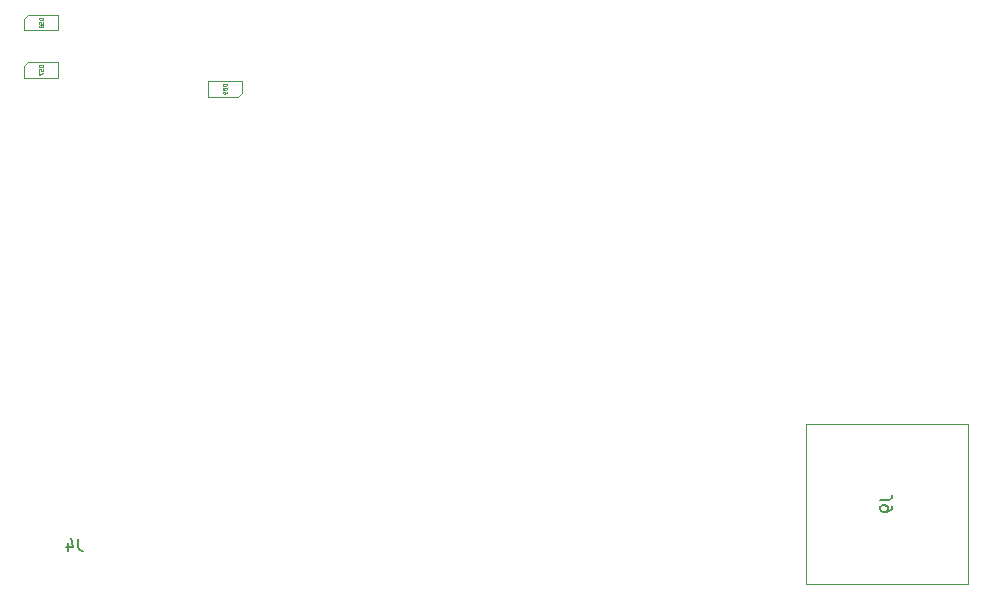
<source format=gbr>
G04 #@! TF.GenerationSoftware,KiCad,Pcbnew,(6.0.1)*
G04 #@! TF.CreationDate,2022-07-29T10:47:58+03:00*
G04 #@! TF.ProjectId,alphax_4ch,616c7068-6178-45f3-9463-682e6b696361,a*
G04 #@! TF.SameCoordinates,PX141f5e0PYa2cace0*
G04 #@! TF.FileFunction,AssemblyDrawing,Bot*
%FSLAX46Y46*%
G04 Gerber Fmt 4.6, Leading zero omitted, Abs format (unit mm)*
G04 Created by KiCad (PCBNEW (6.0.1)) date 2022-07-29 10:47:58*
%MOMM*%
%LPD*%
G01*
G04 APERTURE LIST*
%ADD10C,0.050000*%
%ADD11C,0.150000*%
%ADD12C,0.100000*%
G04 APERTURE END LIST*
D10*
G04 #@! TO.C,D59*
X17574761Y43628572D02*
X17254761Y43628572D01*
X17254761Y43552381D01*
X17270000Y43506667D01*
X17300476Y43476191D01*
X17330952Y43460953D01*
X17391904Y43445715D01*
X17437619Y43445715D01*
X17498571Y43460953D01*
X17529047Y43476191D01*
X17559523Y43506667D01*
X17574761Y43552381D01*
X17574761Y43628572D01*
X17254761Y43156191D02*
X17254761Y43308572D01*
X17407142Y43323810D01*
X17391904Y43308572D01*
X17376666Y43278096D01*
X17376666Y43201905D01*
X17391904Y43171429D01*
X17407142Y43156191D01*
X17437619Y43140953D01*
X17513809Y43140953D01*
X17544285Y43156191D01*
X17559523Y43171429D01*
X17574761Y43201905D01*
X17574761Y43278096D01*
X17559523Y43308572D01*
X17544285Y43323810D01*
X17574761Y42988572D02*
X17574761Y42927620D01*
X17559523Y42897143D01*
X17544285Y42881905D01*
X17498571Y42851429D01*
X17437619Y42836191D01*
X17315714Y42836191D01*
X17285238Y42851429D01*
X17270000Y42866667D01*
X17254761Y42897143D01*
X17254761Y42958096D01*
X17270000Y42988572D01*
X17285238Y43003810D01*
X17315714Y43019048D01*
X17391904Y43019048D01*
X17422380Y43003810D01*
X17437619Y42988572D01*
X17452857Y42958096D01*
X17452857Y42897143D01*
X17437619Y42866667D01*
X17422380Y42851429D01*
X17391904Y42836191D01*
G04 #@! TO.C,D58*
X2034761Y49238572D02*
X1714761Y49238572D01*
X1714761Y49162381D01*
X1730000Y49116667D01*
X1760476Y49086191D01*
X1790952Y49070953D01*
X1851904Y49055715D01*
X1897619Y49055715D01*
X1958571Y49070953D01*
X1989047Y49086191D01*
X2019523Y49116667D01*
X2034761Y49162381D01*
X2034761Y49238572D01*
X1714761Y48766191D02*
X1714761Y48918572D01*
X1867142Y48933810D01*
X1851904Y48918572D01*
X1836666Y48888096D01*
X1836666Y48811905D01*
X1851904Y48781429D01*
X1867142Y48766191D01*
X1897619Y48750953D01*
X1973809Y48750953D01*
X2004285Y48766191D01*
X2019523Y48781429D01*
X2034761Y48811905D01*
X2034761Y48888096D01*
X2019523Y48918572D01*
X2004285Y48933810D01*
X1851904Y48568096D02*
X1836666Y48598572D01*
X1821428Y48613810D01*
X1790952Y48629048D01*
X1775714Y48629048D01*
X1745238Y48613810D01*
X1730000Y48598572D01*
X1714761Y48568096D01*
X1714761Y48507143D01*
X1730000Y48476667D01*
X1745238Y48461429D01*
X1775714Y48446191D01*
X1790952Y48446191D01*
X1821428Y48461429D01*
X1836666Y48476667D01*
X1851904Y48507143D01*
X1851904Y48568096D01*
X1867142Y48598572D01*
X1882380Y48613810D01*
X1912857Y48629048D01*
X1973809Y48629048D01*
X2004285Y48613810D01*
X2019523Y48598572D01*
X2034761Y48568096D01*
X2034761Y48507143D01*
X2019523Y48476667D01*
X2004285Y48461429D01*
X1973809Y48446191D01*
X1912857Y48446191D01*
X1882380Y48461429D01*
X1867142Y48476667D01*
X1851904Y48507143D01*
G04 #@! TO.C,D57*
X2034761Y45238572D02*
X1714761Y45238572D01*
X1714761Y45162381D01*
X1730000Y45116667D01*
X1760476Y45086191D01*
X1790952Y45070953D01*
X1851904Y45055715D01*
X1897619Y45055715D01*
X1958571Y45070953D01*
X1989047Y45086191D01*
X2019523Y45116667D01*
X2034761Y45162381D01*
X2034761Y45238572D01*
X1714761Y44766191D02*
X1714761Y44918572D01*
X1867142Y44933810D01*
X1851904Y44918572D01*
X1836666Y44888096D01*
X1836666Y44811905D01*
X1851904Y44781429D01*
X1867142Y44766191D01*
X1897619Y44750953D01*
X1973809Y44750953D01*
X2004285Y44766191D01*
X2019523Y44781429D01*
X2034761Y44811905D01*
X2034761Y44888096D01*
X2019523Y44918572D01*
X2004285Y44933810D01*
X1714761Y44644286D02*
X1714761Y44430953D01*
X2034761Y44568096D01*
D11*
G04 #@! TO.C,J9*
X72922380Y8443334D02*
X73636666Y8443334D01*
X73779523Y8490953D01*
X73874761Y8586191D01*
X73922380Y8729048D01*
X73922380Y8824286D01*
X73922380Y7919524D02*
X73922380Y7729048D01*
X73874761Y7633810D01*
X73827142Y7586191D01*
X73684285Y7490953D01*
X73493809Y7443334D01*
X73112857Y7443334D01*
X73017619Y7490953D01*
X72970000Y7538572D01*
X72922380Y7633810D01*
X72922380Y7824286D01*
X72970000Y7919524D01*
X73017619Y7967143D01*
X73112857Y8014762D01*
X73350952Y8014762D01*
X73446190Y7967143D01*
X73493809Y7919524D01*
X73541428Y7824286D01*
X73541428Y7633810D01*
X73493809Y7538572D01*
X73446190Y7490953D01*
X73350952Y7443334D01*
G04 #@! TO.C,J4*
X5033333Y5147620D02*
X5033333Y4433334D01*
X5080952Y4290477D01*
X5176190Y4195239D01*
X5319047Y4147620D01*
X5414285Y4147620D01*
X4128571Y4814286D02*
X4128571Y4147620D01*
X4366666Y5195239D02*
X4604761Y4480953D01*
X3985714Y4480953D01*
D12*
G04 #@! TO.C,D59*
X18880000Y42915000D02*
X18880000Y43890000D01*
X15980000Y43890000D02*
X15980000Y42590000D01*
X18555000Y42590000D02*
X18880000Y42915000D01*
X15980000Y42590000D02*
X18555000Y42590000D01*
X18880000Y43890000D02*
X15980000Y43890000D01*
G04 #@! TO.C,D58*
X440000Y49175000D02*
X440000Y48200000D01*
X3340000Y48200000D02*
X3340000Y49500000D01*
X765000Y49500000D02*
X440000Y49175000D01*
X3340000Y49500000D02*
X765000Y49500000D01*
X440000Y48200000D02*
X3340000Y48200000D01*
G04 #@! TO.C,D57*
X440000Y45175000D02*
X440000Y44200000D01*
X3340000Y44200000D02*
X3340000Y45500000D01*
X765000Y45500000D02*
X440000Y45175000D01*
X3340000Y45500000D02*
X765000Y45500000D01*
X440000Y44200000D02*
X3340000Y44200000D01*
G04 #@! TO.C,J9*
X66620000Y1310000D02*
X66620000Y14910000D01*
X80320000Y14910000D02*
X80320000Y1310000D01*
X80320000Y1310000D02*
X66620000Y1310000D01*
X66620000Y14910000D02*
X80320000Y14910000D01*
G04 #@! TD*
M02*

</source>
